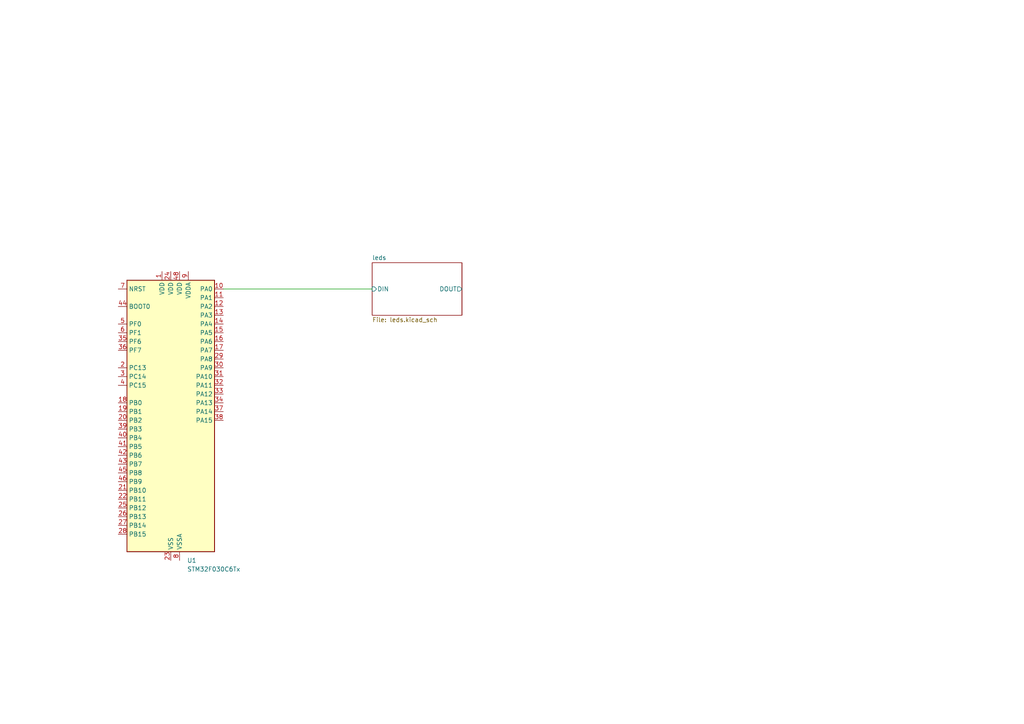
<source format=kicad_sch>
(kicad_sch (version 20231120) (generator "eeschema") (generator_version "8.0")
  (paper "A4")
  (lib_symbols
    (symbol "MCU_ST_STM32F0:STM32F030C6Tx"
      (property "Reference" "U" (at -12.7 41.91 0))
      (property "Value" "STM32F030C6Tx" (at 7.62 41.91 0))
      (symbol "STM32F030C6Tx_0_1"
        (rectangle (start -12.7 -38.1) (end 12.7 40.64) (stroke (width 0.254)) (fill (type background)))
      )
      (symbol "STM32F030C6Tx_1_1"
        (pin power_in line (at -2.54 43.18 270) (length 2.54) (name "VDD") (number "1"))
        (pin bidirectional line (at 15.24 38.1 180) (length 2.54) (name "PA0") (number "10"))
        (pin bidirectional line (at 15.24 35.56 180) (length 2.54) (name "PA1") (number "11"))
        (pin bidirectional line (at 15.24 33.02 180) (length 2.54) (name "PA2") (number "12"))
        (pin bidirectional line (at 15.24 30.48 180) (length 2.54) (name "PA3") (number "13"))
        (pin bidirectional line (at 15.24 27.94 180) (length 2.54) (name "PA4") (number "14"))
        (pin bidirectional line (at 15.24 25.4 180) (length 2.54) (name "PA5") (number "15"))
        (pin bidirectional line (at 15.24 22.86 180) (length 2.54) (name "PA6") (number "16"))
        (pin bidirectional line (at 15.24 20.32 180) (length 2.54) (name "PA7") (number "17"))
        (pin bidirectional line (at -15.24 5.08 0) (length 2.54) (name "PB0") (number "18"))
        (pin bidirectional line (at -15.24 2.54 0) (length 2.54) (name "PB1") (number "19"))
        (pin bidirectional line (at -15.24 15.24 0) (length 2.54) (name "PC13") (number "2"))
        (pin bidirectional line (at -15.24 0 0) (length 2.54) (name "PB2") (number "20"))
        (pin bidirectional line (at -15.24 -20.32 0) (length 2.54) (name "PB10") (number "21"))
        (pin bidirectional line (at -15.24 -22.86 0) (length 2.54) (name "PB11") (number "22"))
        (pin power_in line (at 0 -40.64 90) (length 2.54) (name "VSS") (number "23"))
        (pin power_in line (at 0 43.18 270) (length 2.54) (name "VDD") (number "24"))
        (pin bidirectional line (at -15.24 -25.4 0) (length 2.54) (name "PB12") (number "25"))
        (pin bidirectional line (at -15.24 -27.94 0) (length 2.54) (name "PB13") (number "26"))
        (pin bidirectional line (at -15.24 -30.48 0) (length 2.54) (name "PB14") (number "27"))
        (pin bidirectional line (at -15.24 -33.02 0) (length 2.54) (name "PB15") (number "28"))
        (pin bidirectional line (at 15.24 17.78 180) (length 2.54) (name "PA8") (number "29"))
        (pin bidirectional line (at -15.24 12.7 0) (length 2.54) (name "PC14") (number "3"))
        (pin bidirectional line (at 15.24 15.24 180) (length 2.54) (name "PA9") (number "30"))
        (pin bidirectional line (at 15.24 12.7 180) (length 2.54) (name "PA10") (number "31"))
        (pin bidirectional line (at 15.24 10.16 180) (length 2.54) (name "PA11") (number "32"))
        (pin bidirectional line (at 15.24 7.62 180) (length 2.54) (name "PA12") (number "33"))
        (pin bidirectional line (at 15.24 5.08 180) (length 2.54) (name "PA13") (number "34"))
        (pin bidirectional line (at -15.24 22.86 0) (length 2.54) (name "PF6") (number "35"))
        (pin bidirectional line (at -15.24 20.32 0) (length 2.54) (name "PF7") (number "36"))
        (pin bidirectional line (at 15.24 2.54 180) (length 2.54) (name "PA14") (number "37"))
        (pin bidirectional line (at 15.24 0 180) (length 2.54) (name "PA15") (number "38"))
        (pin bidirectional line (at -15.24 -2.54 0) (length 2.54) (name "PB3") (number "39"))
        (pin bidirectional line (at -15.24 10.16 0) (length 2.54) (name "PC15") (number "4"))
        (pin bidirectional line (at -15.24 -5.08 0) (length 2.54) (name "PB4") (number "40"))
        (pin bidirectional line (at -15.24 -7.62 0) (length 2.54) (name "PB5") (number "41"))
        (pin bidirectional line (at -15.24 -10.16 0) (length 2.54) (name "PB6") (number "42"))
        (pin bidirectional line (at -15.24 -12.7 0) (length 2.54) (name "PB7") (number "43"))
        (pin input line (at -15.24 33.02 0) (length 2.54) (name "BOOT0") (number "44"))
        (pin bidirectional line (at -15.24 -15.24 0) (length 2.54) (name "PB8") (number "45"))
        (pin bidirectional line (at -15.24 -17.78 0) (length 2.54) (name "PB9") (number "46"))
        (pin passive line (at 0 -40.64 90) (length 2.54) hide (name "VSS") (number "47"))
        (pin power_in line (at 2.54 43.18 270) (length 2.54) (name "VDD") (number "48"))
        (pin bidirectional line (at -15.24 27.94 0) (length 2.54) (name "PF0") (number "5"))
        (pin bidirectional line (at -15.24 25.4 0) (length 2.54) (name "PF1") (number "6"))
        (pin input line (at -15.24 38.1 0) (length 2.54) (name "NRST") (number "7"))
        (pin power_in line (at 2.54 -40.64 90) (length 2.54) (name "VSSA") (number "8"))
        (pin power_in line (at 5.08 43.18 270) (length 2.54) (name "VDDA") (number "9"))
      )
    )
  )
  (wire (pts (xy 64.77 83.82) (xy 107.95 83.82)))
  (symbol (lib_id "MCU_ST_STM32F0:STM32F030C6Tx") (at 49.53 121.92 0) (unit 1)
    (property "Reference" "U1" (at 54.2641 162.56 0) (effects (justify left)))
    (property "Value" "STM32F030C6Tx" (at 54.2641 165.1 0) (effects (justify left)))
    (property "Footprint" "Package_QFP:LQFP-48_7x7mm_P0.5mm" (effects (hide yes)))
    (property "Datasheet" "https://www.st.com/resource/en/datasheet/stm32f030c6.pdf" (effects (hide yes)))
    (property "Description" "STMicroelectronics Arm Cortex-M0 MCU, 32KB flash, 4KB RAM, 48 MHz, 2.4-3.6V, 39 GPIO, LQFP48" (effects (hide yes)))
  )
  (sheet (at 107.95 76.2) (size 26.035 15.24) (stroke (width 0.1524))
    (property "Sheetname" "leds" (at 107.95 75.4884 0) (effects (justify left bottom)))
    (property "Sheetfile" "leds.kicad_sch" (at 107.95 92.0246 0) (effects (justify left top)))
    (pin "DOUT" output (at 133.985 83.82 0))
    (pin "DIN" input (at 107.95 83.82 180))
  )
)
</source>
